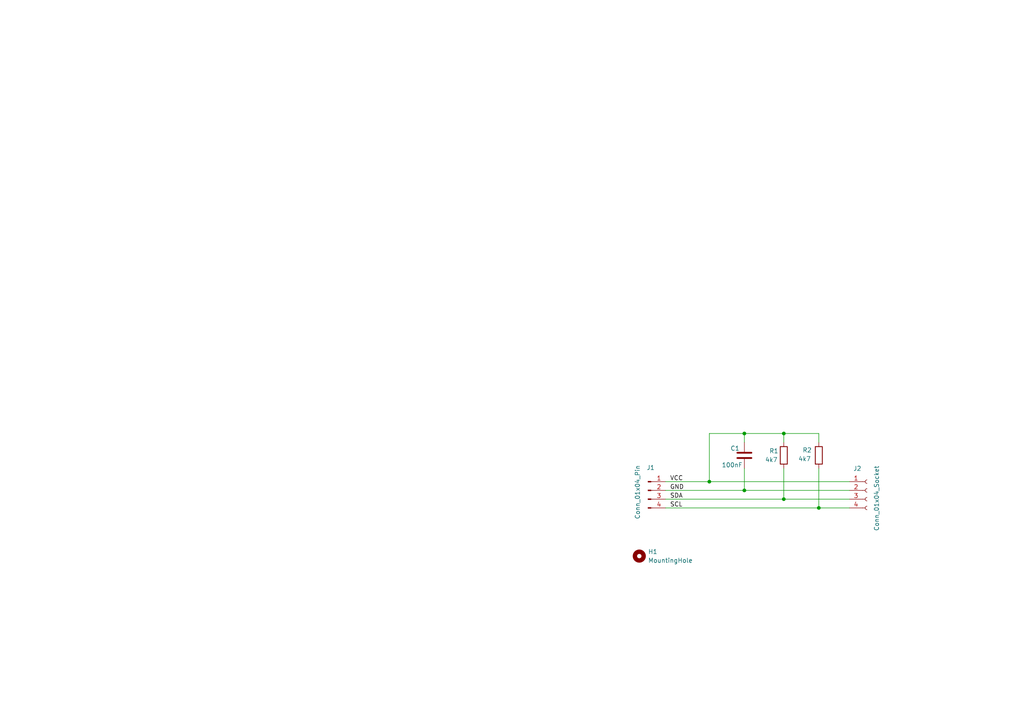
<source format=kicad_sch>
(kicad_sch (version 20231120) (generator "eeschema") (generator_version "8.0")
  (paper "A4")
  (title_block (date "2025-04-26"))
  (lib_symbols
    (symbol "Connector:Conn_01x04_Pin" (pin_names (offset 1.016) hide)
      (property "Reference" "J" (at 0 5.08 0))
      (property "Value" "Conn_01x04_Pin" (at 0 -7.62 0))
      (symbol "Conn_01x04_Pin_1_1"
        (polyline (pts (xy 1.27 -5.08) (xy 0.8636 -5.08)) (stroke (width 0.1524)))
        (polyline (pts (xy 1.27 -2.54) (xy 0.8636 -2.54)) (stroke (width 0.1524)))
        (polyline (pts (xy 1.27 0) (xy 0.8636 0)) (stroke (width 0.1524)))
        (polyline (pts (xy 1.27 2.54) (xy 0.8636 2.54)) (stroke (width 0.1524)))
        (rectangle (start 0.8636 -4.953) (end 0 -5.207) (stroke (width 0.1524)) (fill (type outline)))
        (rectangle (start 0.8636 -2.413) (end 0 -2.667) (stroke (width 0.1524)) (fill (type outline)))
        (rectangle (start 0.8636 0.127) (end 0 -0.127) (stroke (width 0.1524)) (fill (type outline)))
        (rectangle (start 0.8636 2.667) (end 0 2.413) (stroke (width 0.1524)) (fill (type outline)))
        (pin passive line (at 5.08 2.54 180) (length 3.81) (name "Pin_1") (number "1"))
        (pin passive line (at 5.08 0 180) (length 3.81) (name "Pin_2") (number "2"))
        (pin passive line (at 5.08 -2.54 180) (length 3.81) (name "Pin_3") (number "3"))
        (pin passive line (at 5.08 -5.08 180) (length 3.81) (name "Pin_4") (number "4"))
      )
    )
    (symbol "Connector:Conn_01x04_Socket" (pin_names (offset 1.016) hide)
      (property "Reference" "J" (at 0 5.08 0))
      (property "Value" "Conn_01x04_Socket" (at 0 -7.62 0))
      (symbol "Conn_01x04_Socket_1_1"
        (arc (start 0 -4.572) (mid -0.5058 -5.08) (end 0 -5.588) (stroke (width 0.1524)))
        (arc (start 0 -2.032) (mid -0.5058 -2.54) (end 0 -3.048) (stroke (width 0.1524)))
        (polyline (pts (xy -1.27 -5.08) (xy -0.508 -5.08)) (stroke (width 0.1524)))
        (polyline (pts (xy -1.27 -2.54) (xy -0.508 -2.54)) (stroke (width 0.1524)))
        (polyline (pts (xy -1.27 0) (xy -0.508 0)) (stroke (width 0.1524)))
        (polyline (pts (xy -1.27 2.54) (xy -0.508 2.54)) (stroke (width 0.1524)))
        (arc (start 0 0.508) (mid -0.5058 0) (end 0 -0.508) (stroke (width 0.1524)))
        (arc (start 0 3.048) (mid -0.5058 2.54) (end 0 2.032) (stroke (width 0.1524)))
        (pin passive line (at -5.08 2.54 0) (length 3.81) (name "Pin_1") (number "1"))
        (pin passive line (at -5.08 0 0) (length 3.81) (name "Pin_2") (number "2"))
        (pin passive line (at -5.08 -2.54 0) (length 3.81) (name "Pin_3") (number "3"))
        (pin passive line (at -5.08 -5.08 0) (length 3.81) (name "Pin_4") (number "4"))
      )
    )
    (symbol "Device:C" (pin_numbers hide) (pin_names (offset 0.254))
      (property "Reference" "C" (at 0.635 2.54 0))
      (property "Value" "C" (at 0.635 -2.54 0))
      (symbol "C_0_1"
        (polyline (pts (xy -2.032 -0.762) (xy 2.032 -0.762)) (stroke (width 0.508)))
        (polyline (pts (xy -2.032 0.762) (xy 2.032 0.762)) (stroke (width 0.508)))
      )
      (symbol "C_1_1"
        (pin passive line (at 0 3.81 270) (length 2.794) (name "~") (number "1"))
        (pin passive line (at 0 -3.81 90) (length 2.794) (name "~") (number "2"))
      )
    )
    (symbol "Device:R" (pin_numbers hide) (pin_names (offset 0))
      (property "Reference" "R" (at 2.032 0 90))
      (property "Value" "R" (at 0 0 90))
      (symbol "R_0_1"
        (rectangle (start -1.016 -2.54) (end 1.016 2.54) (stroke (width 0.254)))
      )
      (symbol "R_1_1"
        (pin passive line (at 0 3.81 270) (length 1.27) (name "~") (number "1"))
        (pin passive line (at 0 -3.81 90) (length 1.27) (name "~") (number "2"))
      )
    )
    (symbol "_kh_library:MountingHole" (pin_names (offset 1.016)) (exclude_from_sim yes) (in_bom no)
      (property "Reference" "H" (at 0 5.08 0))
      (property "Value" "MountingHole" (at 0 3.175 0))
      (symbol "MountingHole_0_1"
        (circle (center 0 0) (radius 1.27) (stroke (width 1.27)))
      )
    )
  )
  (junction (at 215.9 142.24))
  (junction (at 227.33 125.73))
  (junction (at 205.74 139.7))
  (junction (at 215.9 125.73))
  (junction (at 227.33 144.78))
  (junction (at 237.49 147.32))
  (wire (pts (xy 227.33 135.89) (xy 227.33 144.78)))
  (wire (pts (xy 215.9 125.73) (xy 215.9 128.27)))
  (wire (pts (xy 193.04 147.32) (xy 237.49 147.32)))
  (wire (pts (xy 237.49 135.89) (xy 237.49 147.32)))
  (wire (pts (xy 215.9 135.89) (xy 215.9 142.24)))
  (wire (pts (xy 215.9 142.24) (xy 246.38 142.24)))
  (wire (pts (xy 227.33 125.73) (xy 237.49 125.73)))
  (wire (pts (xy 237.49 125.73) (xy 237.49 128.27)))
  (wire (pts (xy 215.9 125.73) (xy 227.33 125.73)))
  (wire (pts (xy 227.33 144.78) (xy 246.38 144.78)))
  (wire (pts (xy 227.33 125.73) (xy 227.33 128.27)))
  (wire (pts (xy 193.04 139.7) (xy 205.74 139.7)))
  (wire (pts (xy 193.04 142.24) (xy 215.9 142.24)))
  (wire (pts (xy 193.04 144.78) (xy 227.33 144.78)))
  (wire (pts (xy 205.74 125.73) (xy 205.74 139.7)))
  (wire (pts (xy 237.49 147.32) (xy 246.38 147.32)))
  (wire (pts (xy 215.9 125.73) (xy 205.74 125.73)))
  (wire (pts (xy 205.74 139.7) (xy 246.38 139.7)))
  (label "VCC" (at 194.31 139.7 0))
  (label "SDA" (at 194.31 144.78 0))
  (label "GND" (at 194.31 142.24 0))
  (label "SCL" (at 194.31 147.32 0))
  (symbol (lib_id "Device:R") (at 237.49 132.08 180) (unit 1)
    (property "Reference" "R2" (at 235.458 130.556 0) (effects (justify left)))
    (property "Value" "4k7" (at 235.204 133.096 0) (effects (justify left)))
    (property "Footprint" "_kh_library:R_Axial_P7.62_Vertical_kh" (effects (hide yes)))
  )
  (symbol (lib_id "_kh_library:MountingHole") (at 185.42 161.29 0) (unit 1) (exclude_from_sim yes) (in_bom no)
    (property "Reference" "H1" (at 187.96 160.0199 0) (effects (justify left)))
    (property "Value" "MountingHole" (at 187.96 162.5599 0) (effects (justify left)))
    (property "Footprint" "_kh_library:MountingHole_2.2mm_M2_Pad_TopBottom_kh" (effects (hide yes)))
    (property "Description" "Mounting Hole without connection" (effects (hide yes)))
  )
  (symbol (lib_id "Connector:Conn_01x04_Socket") (at 251.46 142.24 0) (unit 1)
    (property "Reference" "J2" (at 248.666 135.89 0))
    (property "Value" "Conn_01x04_Socket" (at 254.254 144.526 90))
    (property "Footprint" "_kh_library:PinSocket_1x04_P2.54mm_Vertical_kh" (effects (hide yes)))
    (property "Description" "Generic connector, single row, 01x04, script generated" (effects (hide yes)))
  )
  (symbol (lib_id "Connector:Conn_01x04_Pin") (at 187.96 142.24 0) (unit 1)
    (property "Reference" "J1" (at 188.722 135.636 0))
    (property "Value" "Conn_01x04_Pin" (at 184.912 142.748 90))
    (property "Footprint" "_kh_library:PinSocket_1x04_P2.54mm_Vertical_kh" (effects (hide yes)))
    (property "Description" "Generic connector, single row, 01x04, script generated" (effects (hide yes)))
  )
  (symbol (lib_id "Device:C") (at 215.9 132.08 0) (unit 1)
    (property "Reference" "C1" (at 211.836 130.048 0) (effects (justify left)))
    (property "Value" "100nF" (at 209.296 134.874 0) (effects (justify left)))
    (property "Footprint" "Capacitor_THT:C_Disc_D3.0mm_W1.6mm_P2.50mm" (effects (hide yes)))
    (property "Description" "Unpolarized capacitor" (effects (hide yes)))
  )
  (symbol (lib_id "Device:R") (at 227.33 132.08 180) (unit 1)
    (property "Reference" "R1" (at 225.806 130.81 0) (effects (justify left)))
    (property "Value" "4k7" (at 225.552 133.35 0) (effects (justify left)))
    (property "Footprint" "_kh_library:R_Axial_P7.62_Vertical_kh" (effects (hide yes)))
  )
)
</source>
